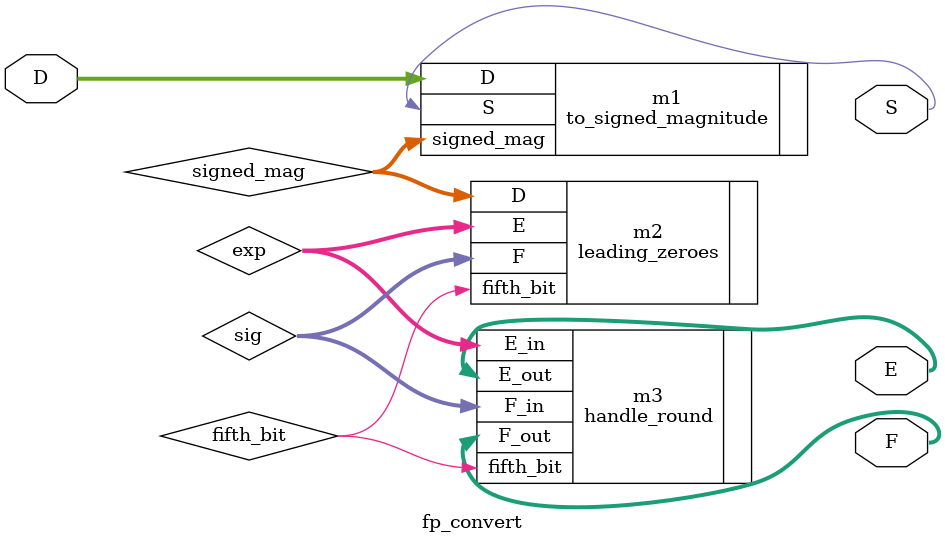
<source format=v>
`timescale 1ns / 1ps
module fp_convert(D, S, E, F);

	// Inputs
	input [11:0] D;

	// Outputs
	output S;
	output [2:0] E;
	output [3:0] F;

	// Wires
	wire [11:0] signed_mag;
	wire fifth_bit;
	wire [2:0] exp;
	wire [3:0] sig;

	// Convert D from Two's Complement to Signed Magnitude
	to_signed_magnitude m1 (.D(D), .S(S), .signed_mag(signed_mag));

	// Count leading zeroes and extract leading bits
	leading_zeroes m2 (.D(signed_mag), .E(exp), .F(sig), .fifth_bit(fifth_bit));

	// Round
	handle_round m3 (.E_in(exp), .F_in(sig), .fifth_bit(fifth_bit), .E_out(E), .F_out(F));

endmodule
</source>
